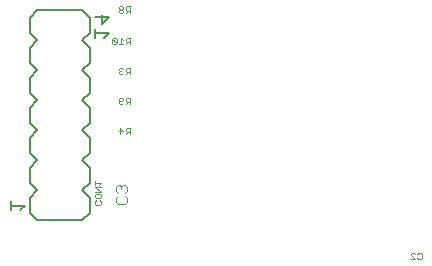
<source format=gbl>
G75*
%MOIN*%
%OFA0B0*%
%FSLAX25Y25*%
%IPPOS*%
%LPD*%
%AMOC8*
5,1,8,0,0,1.08239X$1,22.5*
%
%ADD10C,0.00200*%
%ADD11C,0.00600*%
%ADD12C,0.00500*%
%ADD13C,0.00300*%
D10*
X0136521Y0328181D02*
X0137989Y0328181D01*
X0136521Y0329649D01*
X0136521Y0330016D01*
X0136888Y0330383D01*
X0137622Y0330383D01*
X0137989Y0330016D01*
X0138731Y0330016D02*
X0139098Y0330383D01*
X0139832Y0330383D01*
X0140199Y0330016D01*
X0140199Y0328548D01*
X0139832Y0328181D01*
X0139098Y0328181D01*
X0138731Y0328548D01*
X0042900Y0369850D02*
X0042900Y0372052D01*
X0041799Y0372052D01*
X0041432Y0371685D01*
X0041432Y0370951D01*
X0041799Y0370584D01*
X0042900Y0370584D01*
X0042166Y0370584D02*
X0041432Y0369850D01*
X0040690Y0370951D02*
X0039222Y0370951D01*
X0039589Y0372052D02*
X0040690Y0370951D01*
X0039589Y0369850D02*
X0039589Y0372052D01*
X0039589Y0379850D02*
X0039222Y0380217D01*
X0039222Y0381685D01*
X0039589Y0382052D01*
X0040323Y0382052D01*
X0040690Y0381685D01*
X0040690Y0381318D01*
X0040323Y0380951D01*
X0039222Y0380951D01*
X0039589Y0379850D02*
X0040323Y0379850D01*
X0040690Y0380217D01*
X0041432Y0379850D02*
X0042166Y0380584D01*
X0041799Y0380584D02*
X0042900Y0380584D01*
X0042900Y0379850D02*
X0042900Y0382052D01*
X0041799Y0382052D01*
X0041432Y0381685D01*
X0041432Y0380951D01*
X0041799Y0380584D01*
X0041432Y0389850D02*
X0042166Y0390584D01*
X0041799Y0390584D02*
X0042900Y0390584D01*
X0042900Y0389850D02*
X0042900Y0392052D01*
X0041799Y0392052D01*
X0041432Y0391685D01*
X0041432Y0390951D01*
X0041799Y0390584D01*
X0040690Y0390217D02*
X0040323Y0389850D01*
X0039589Y0389850D01*
X0039222Y0390217D01*
X0039222Y0390584D01*
X0039589Y0390951D01*
X0039956Y0390951D01*
X0039589Y0390951D02*
X0039222Y0391318D01*
X0039222Y0391685D01*
X0039589Y0392052D01*
X0040323Y0392052D01*
X0040690Y0391685D01*
X0040690Y0399850D02*
X0039222Y0399850D01*
X0039956Y0399850D02*
X0039956Y0402052D01*
X0040690Y0401318D01*
X0041432Y0401685D02*
X0041432Y0400951D01*
X0041799Y0400584D01*
X0042900Y0400584D01*
X0042166Y0400584D02*
X0041432Y0399850D01*
X0042900Y0399850D02*
X0042900Y0402052D01*
X0041799Y0402052D01*
X0041432Y0401685D01*
X0038480Y0401685D02*
X0038113Y0402052D01*
X0037379Y0402052D01*
X0037012Y0401685D01*
X0038480Y0400217D01*
X0038113Y0399850D01*
X0037379Y0399850D01*
X0037012Y0400217D01*
X0037012Y0401685D01*
X0038480Y0401685D02*
X0038480Y0400217D01*
X0039589Y0410350D02*
X0040323Y0410350D01*
X0040690Y0410717D01*
X0040690Y0411084D01*
X0040323Y0411451D01*
X0039589Y0411451D01*
X0039222Y0411084D01*
X0039222Y0410717D01*
X0039589Y0410350D01*
X0039589Y0411451D02*
X0039222Y0411818D01*
X0039222Y0412185D01*
X0039589Y0412552D01*
X0040323Y0412552D01*
X0040690Y0412185D01*
X0040690Y0411818D01*
X0040323Y0411451D01*
X0041432Y0411451D02*
X0041799Y0411084D01*
X0042900Y0411084D01*
X0042166Y0411084D02*
X0041432Y0410350D01*
X0041432Y0411451D02*
X0041432Y0412185D01*
X0041799Y0412552D01*
X0042900Y0412552D01*
X0042900Y0410350D01*
X0031100Y0354448D02*
X0031100Y0352980D01*
X0031100Y0353714D02*
X0033302Y0353714D01*
X0032568Y0352980D01*
X0033302Y0352238D02*
X0031100Y0352238D01*
X0033302Y0350770D01*
X0031100Y0350770D01*
X0031467Y0350028D02*
X0032935Y0350028D01*
X0033302Y0349661D01*
X0033302Y0348927D01*
X0032935Y0348560D01*
X0031467Y0348560D01*
X0031100Y0348927D01*
X0031100Y0349661D01*
X0031467Y0350028D01*
X0031467Y0347818D02*
X0031100Y0347451D01*
X0031100Y0346717D01*
X0031467Y0346350D01*
X0032935Y0346350D01*
X0033302Y0346717D01*
X0033302Y0347451D01*
X0032935Y0347818D01*
D11*
X0029500Y0348750D02*
X0029500Y0343750D01*
X0027000Y0341250D01*
X0012000Y0341250D01*
X0009500Y0343750D01*
X0009500Y0348750D01*
X0012000Y0351250D01*
X0009500Y0353750D01*
X0009500Y0358750D01*
X0012000Y0361250D01*
X0009500Y0363750D01*
X0009500Y0368750D01*
X0012000Y0371250D01*
X0009500Y0373750D01*
X0009500Y0378750D01*
X0012000Y0381250D01*
X0009500Y0383750D01*
X0009500Y0388750D01*
X0012000Y0391250D01*
X0009500Y0393750D01*
X0009500Y0398750D01*
X0012000Y0401250D01*
X0009500Y0403750D01*
X0009500Y0408750D01*
X0012000Y0411250D01*
X0027000Y0411250D01*
X0029500Y0408750D01*
X0029500Y0403750D01*
X0027000Y0401250D01*
X0029500Y0398750D01*
X0029500Y0393750D01*
X0027000Y0391250D01*
X0029500Y0388750D01*
X0029500Y0383750D01*
X0027000Y0381250D01*
X0029500Y0378750D01*
X0029500Y0373750D01*
X0027000Y0371250D01*
X0029500Y0368750D01*
X0029500Y0363750D01*
X0027000Y0361250D01*
X0029500Y0358750D01*
X0029500Y0353750D01*
X0027000Y0351250D01*
X0029500Y0348750D01*
D12*
X0007754Y0346001D02*
X0003250Y0346001D01*
X0003250Y0344500D02*
X0003250Y0347503D01*
X0006253Y0344500D02*
X0007754Y0346001D01*
X0031250Y0402000D02*
X0031250Y0405003D01*
X0031250Y0403501D02*
X0035754Y0403501D01*
X0034253Y0402000D01*
X0033502Y0406604D02*
X0033502Y0409606D01*
X0035754Y0408856D02*
X0033502Y0406604D01*
X0031250Y0408856D02*
X0035754Y0408856D01*
D13*
X0038826Y0352902D02*
X0038209Y0352285D01*
X0038209Y0351051D01*
X0038826Y0350434D01*
X0038826Y0349219D02*
X0038209Y0348602D01*
X0038209Y0347368D01*
X0038826Y0346750D01*
X0041295Y0346750D01*
X0041912Y0347368D01*
X0041912Y0348602D01*
X0041295Y0349219D01*
X0041295Y0350434D02*
X0041912Y0351051D01*
X0041912Y0352285D01*
X0041295Y0352902D01*
X0040678Y0352902D01*
X0040061Y0352285D01*
X0039443Y0352902D01*
X0038826Y0352902D01*
X0040061Y0352285D02*
X0040061Y0351668D01*
M02*

</source>
